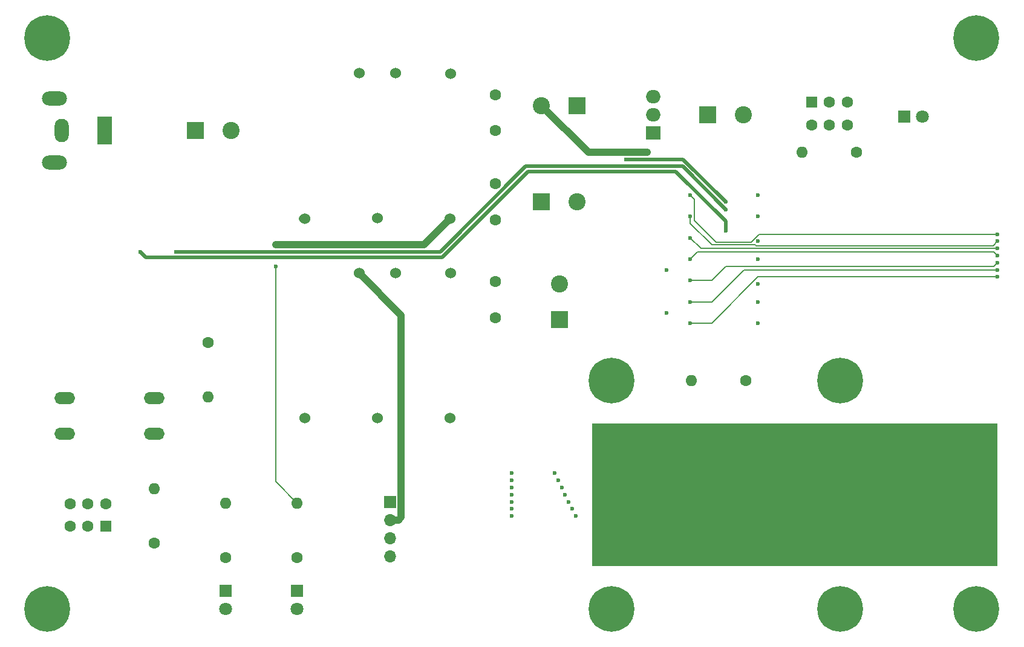
<source format=gbr>
%TF.GenerationSoftware,KiCad,Pcbnew,8.0.5-8.0.5-0~ubuntu22.04.1*%
%TF.CreationDate,2024-10-01T20:56:38-07:00*%
%TF.ProjectId,itla_driver_board_pcb,69746c61-5f64-4726-9976-65725f626f61,rev?*%
%TF.SameCoordinates,Original*%
%TF.FileFunction,Copper,L4,Bot*%
%TF.FilePolarity,Positive*%
%FSLAX46Y46*%
G04 Gerber Fmt 4.6, Leading zero omitted, Abs format (unit mm)*
G04 Created by KiCad (PCBNEW 8.0.5-8.0.5-0~ubuntu22.04.1) date 2024-10-01 20:56:38*
%MOMM*%
%LPD*%
G01*
G04 APERTURE LIST*
%TA.AperFunction,ComponentPad*%
%ADD10C,1.524000*%
%TD*%
%TA.AperFunction,ComponentPad*%
%ADD11C,1.600000*%
%TD*%
%TA.AperFunction,ComponentPad*%
%ADD12O,1.600000X1.600000*%
%TD*%
%TA.AperFunction,ComponentPad*%
%ADD13R,1.800000X1.800000*%
%TD*%
%TA.AperFunction,ComponentPad*%
%ADD14C,1.800000*%
%TD*%
%TA.AperFunction,ComponentPad*%
%ADD15R,2.000000X1.905000*%
%TD*%
%TA.AperFunction,ComponentPad*%
%ADD16O,2.000000X1.905000*%
%TD*%
%TA.AperFunction,ComponentPad*%
%ADD17R,1.600000X1.600000*%
%TD*%
%TA.AperFunction,ComponentPad*%
%ADD18R,1.700000X1.700000*%
%TD*%
%TA.AperFunction,ComponentPad*%
%ADD19O,1.700000X1.700000*%
%TD*%
%TA.AperFunction,ComponentPad*%
%ADD20R,2.400000X2.400000*%
%TD*%
%TA.AperFunction,ComponentPad*%
%ADD21C,2.400000*%
%TD*%
%TA.AperFunction,ComponentPad*%
%ADD22C,6.400000*%
%TD*%
%TA.AperFunction,ComponentPad*%
%ADD23R,2.000000X4.000000*%
%TD*%
%TA.AperFunction,ComponentPad*%
%ADD24O,2.000000X3.300000*%
%TD*%
%TA.AperFunction,ComponentPad*%
%ADD25O,3.500000X2.000000*%
%TD*%
%TA.AperFunction,ComponentPad*%
%ADD26O,2.900000X1.700000*%
%TD*%
%TA.AperFunction,ComponentPad*%
%ADD27C,2.000000*%
%TD*%
%TA.AperFunction,SMDPad,CuDef*%
%ADD28R,56.750000X20.000000*%
%TD*%
%TA.AperFunction,ViaPad*%
%ADD29C,0.600000*%
%TD*%
%TA.AperFunction,Conductor*%
%ADD30C,1.000000*%
%TD*%
%TA.AperFunction,Conductor*%
%ADD31C,0.200000*%
%TD*%
%TA.AperFunction,Conductor*%
%ADD32C,0.500000*%
%TD*%
G04 APERTURE END LIST*
D10*
%TO.P,U3,1,VIN+*%
%TO.N,+12V*%
X48700000Y-37940000D03*
%TO.P,U3,2,VIN-*%
%TO.N,GND*%
X53740000Y-37940000D03*
%TO.P,U3,3,VOUT+*%
%TO.N,+3V3*%
X41080000Y-58300000D03*
%TO.P,U3,4,TRIM/COM*%
%TO.N,unconnected-(U3-TRIM{slash}COM-Pad4)*%
X51240000Y-58260000D03*
%TO.P,U3,5,VOUT-*%
%TO.N,GND*%
X61400000Y-58300000D03*
%TO.P,U3,6,R.C.*%
%TO.N,unconnected-(U3-R.C.-Pad6)*%
X61440000Y-37980000D03*
%TD*%
%TO.P,U1,1,VIN+*%
%TO.N,+12V*%
X48700000Y-9940000D03*
%TO.P,U1,2,VIN-*%
%TO.N,GND*%
X53740000Y-9940000D03*
%TO.P,U1,3,VOUT+*%
%TO.N,+5V*%
X41080000Y-30300000D03*
%TO.P,U1,4,TRIM/COM*%
%TO.N,GND*%
X51240000Y-30260000D03*
%TO.P,U1,5,VOUT-*%
%TO.N,-5V*%
X61400000Y-30300000D03*
%TO.P,U1,6,R.C.*%
%TO.N,unconnected-(U1-R.C.-Pad6)*%
X61440000Y-9980000D03*
%TD*%
D11*
%TO.P,R1,1*%
%TO.N,Net-(D3-K)*%
X118310000Y-21000000D03*
D12*
%TO.P,R1,2*%
%TO.N,GND*%
X110690000Y-21000000D03*
%TD*%
D13*
%TO.P,D3,1,K*%
%TO.N,Net-(D3-K)*%
X125000000Y-16000000D03*
D14*
%TO.P,D3,2,A*%
%TO.N,+1V8*%
X127540000Y-16000000D03*
%TD*%
D15*
%TO.P,U4,1,VIN*%
%TO.N,+5V*%
X89800000Y-18320000D03*
D16*
%TO.P,U4,2,GND*%
%TO.N,GND*%
X89800000Y-15780000D03*
%TO.P,U4,3,VOUT*%
%TO.N,Net-(SW3-B)*%
X89800000Y-13240000D03*
%TD*%
D17*
%TO.P,SW3,1,A*%
%TO.N,+1V8*%
X112000000Y-14000000D03*
D11*
%TO.P,SW3,2,B*%
%TO.N,Net-(SW3-B)*%
X114500000Y-14000000D03*
%TO.P,SW3,3*%
%TO.N,N/C*%
X117000000Y-14000000D03*
%TO.P,SW3,4*%
X112000000Y-17200000D03*
%TO.P,SW3,5*%
X114500000Y-17200000D03*
%TO.P,SW3,6*%
X117000000Y-17200000D03*
%TD*%
D18*
%TO.P,J3,1,Pin_1*%
%TO.N,GND*%
X53000000Y-70000000D03*
D19*
%TO.P,J3,2,Pin_2*%
%TO.N,+12V*%
X53000000Y-72540000D03*
%TO.P,J3,3,Pin_3*%
%TO.N,unconnected-(J3-Pin_3-Pad3)*%
X53000000Y-75080000D03*
%TO.P,J3,4,Pin_4*%
%TO.N,unconnected-(J3-Pin_4-Pad4)*%
X53000000Y-77620000D03*
%TD*%
D20*
%TO.P,C8,1*%
%TO.N,Net-(SW3-B)*%
X97420000Y-15780000D03*
D21*
%TO.P,C8,2*%
%TO.N,GND*%
X102420000Y-15780000D03*
%TD*%
D11*
%TO.P,R3,1*%
%TO.N,Net-(D2-K)*%
X40000000Y-77810000D03*
D12*
%TO.P,R3,2*%
%TO.N,-5V*%
X40000000Y-70190000D03*
%TD*%
D13*
%TO.P,D1,1,K*%
%TO.N,Net-(D1-K)*%
X30000000Y-82460000D03*
D14*
%TO.P,D1,2,A*%
%TO.N,+3V3*%
X30000000Y-85000000D03*
%TD*%
D11*
%TO.P,R4,1*%
%TO.N,+3V3*%
X20000000Y-75810000D03*
D12*
%TO.P,R4,2*%
%TO.N,/DIS*%
X20000000Y-68190000D03*
%TD*%
D22*
%TO.P,H4,1,1*%
%TO.N,GND*%
X135000000Y-5000000D03*
%TD*%
D11*
%TO.P,C5,1*%
%TO.N,GND*%
X67700000Y-12960000D03*
%TO.P,C5,2*%
%TO.N,-5V*%
X67700000Y-17960000D03*
%TD*%
D22*
%TO.P,H1,1,1*%
%TO.N,GND*%
X5000000Y-5000000D03*
%TD*%
D11*
%TO.P,R5,1*%
%TO.N,+3V3*%
X27500000Y-47690000D03*
D12*
%TO.P,R5,2*%
%TO.N,/RST*%
X27500000Y-55310000D03*
%TD*%
D20*
%TO.P,C1,1*%
%TO.N,+12V*%
X25700000Y-17960000D03*
D21*
%TO.P,C1,2*%
%TO.N,GND*%
X30700000Y-17960000D03*
%TD*%
D23*
%TO.P,J2,1*%
%TO.N,+12V*%
X13000000Y-17960000D03*
D24*
%TO.P,J2,2*%
%TO.N,GND*%
X7000000Y-17960000D03*
D25*
%TO.P,J2,MP,MountPin*%
%TO.N,unconnected-(J2-MountPin-PadMP)*%
X6000000Y-13460000D03*
%TO.N,unconnected-(J2-MountPin-PadMP)_1*%
X6000000Y-22460000D03*
%TD*%
D11*
%TO.P,C6,1*%
%TO.N,+3V3*%
X67700000Y-44176041D03*
%TO.P,C6,2*%
%TO.N,GND*%
X67700000Y-39176041D03*
%TD*%
%TO.P,R2,1*%
%TO.N,Net-(D1-K)*%
X30000000Y-77810000D03*
D12*
%TO.P,R2,2*%
%TO.N,GND*%
X30000000Y-70190000D03*
%TD*%
D11*
%TO.P,C4,1*%
%TO.N,+5V*%
X67700000Y-30460000D03*
%TO.P,C4,2*%
%TO.N,GND*%
X67700000Y-25460000D03*
%TD*%
D20*
%TO.P,C2,1*%
%TO.N,+5V*%
X74200000Y-27960000D03*
D21*
%TO.P,C2,2*%
%TO.N,GND*%
X79200000Y-27960000D03*
%TD*%
D22*
%TO.P,H2,1,1*%
%TO.N,GND*%
X5000000Y-85000000D03*
%TD*%
D26*
%TO.P,SW2,1,1*%
%TO.N,/RST*%
X7450000Y-55460000D03*
X19950000Y-55460000D03*
%TO.P,SW2,2,2*%
%TO.N,GND*%
X7450000Y-60460000D03*
X19950000Y-60460000D03*
%TD*%
D11*
%TO.P,R6,1*%
%TO.N,/TRACE_TONE*%
X102810000Y-53000000D03*
D12*
%TO.P,R6,2*%
%TO.N,GND*%
X95190000Y-53000000D03*
%TD*%
D13*
%TO.P,D2,1,K*%
%TO.N,Net-(D2-K)*%
X40000000Y-82460000D03*
D14*
%TO.P,D2,2,A*%
%TO.N,GND*%
X40000000Y-85000000D03*
%TD*%
D22*
%TO.P,H3,1,1*%
%TO.N,GND*%
X135000000Y-85000000D03*
%TD*%
D20*
%TO.P,C3,1*%
%TO.N,GND*%
X79200000Y-14460000D03*
D21*
%TO.P,C3,2*%
%TO.N,-5V*%
X74200000Y-14460000D03*
%TD*%
D17*
%TO.P,SW1,1,A*%
%TO.N,GND*%
X13200000Y-73460000D03*
D11*
%TO.P,SW1,2,B*%
%TO.N,/DIS*%
X10700000Y-73460000D03*
%TO.P,SW1,3*%
%TO.N,N/C*%
X8200000Y-73460000D03*
%TO.P,SW1,4*%
X13200000Y-70260000D03*
%TO.P,SW1,5*%
X10700000Y-70260000D03*
%TO.P,SW1,6*%
X8200000Y-70260000D03*
%TD*%
D20*
%TO.P,C7,1*%
%TO.N,+3V3*%
X76700000Y-44500000D03*
D21*
%TO.P,C7,2*%
%TO.N,GND*%
X76700000Y-39500000D03*
%TD*%
D22*
%TO.P,H8,1,1*%
%TO.N,GND*%
X116000000Y-85000000D03*
%TD*%
%TO.P,H7,1,1*%
%TO.N,GND*%
X84000000Y-85000000D03*
%TD*%
%TO.P,H5,1,1*%
%TO.N,GND*%
X84000000Y-53000000D03*
%TD*%
%TO.P,H6,1,1*%
%TO.N,GND*%
X116000000Y-53000000D03*
%TD*%
D27*
%TO.P,J4,HEATSINK*%
%TO.N,N/C*%
X115500000Y-76500000D03*
X115500000Y-69000000D03*
X115500000Y-61500000D03*
D28*
X109625000Y-69000000D03*
D27*
X108000000Y-76500000D03*
X108000000Y-69000000D03*
X108000000Y-61500000D03*
X100500000Y-69000000D03*
X93000000Y-76500000D03*
X93000000Y-69000000D03*
X93000000Y-61500000D03*
X85500000Y-76500000D03*
X85500000Y-69000000D03*
X85500000Y-61500000D03*
%TD*%
D29*
%TO.N,-5V*%
X89000000Y-21000000D03*
X37000000Y-37000000D03*
%TO.N,/RST*%
X86000000Y-22000000D03*
%TO.N,/TXD*%
X18000000Y-35000000D03*
%TO.N,/RXD*%
X23000000Y-35000000D03*
%TO.N,-5V*%
X37000000Y-34000000D03*
%TO.N,/TXD*%
X100000000Y-32000000D03*
%TO.N,/RXD*%
X99969669Y-29030331D03*
%TO.N,/RST*%
X100000000Y-28000000D03*
%TO.N,/1.8_c*%
X79000000Y-72000000D03*
%TO.N,/-5v_c2*%
X78500000Y-71000000D03*
%TO.N,/-5v_c1*%
X78000000Y-70000000D03*
%TO.N,/GND_c2*%
X77500000Y-69000000D03*
%TO.N,/GND_c1*%
X77000000Y-68000000D03*
%TO.N,/3.3v_c2*%
X76500000Y-67000000D03*
%TO.N,/3.3v_c1*%
X76000000Y-66000000D03*
%TO.N,+3V3*%
X91700000Y-43500000D03*
%TO.N,/3.3v_c1*%
X95000000Y-45000000D03*
%TO.N,/3.3v_c2*%
X95000000Y-42000000D03*
%TO.N,/GND_c1*%
X95000000Y-39000000D03*
%TO.N,/GND_c2*%
X95000000Y-36000000D03*
%TO.N,/-5v_c1*%
X95000000Y-33000000D03*
%TO.N,/-5v_c2*%
X95000000Y-30000000D03*
%TO.N,/3.3v_c1*%
X138000000Y-38500000D03*
%TO.N,/3.3v_c2*%
X138000000Y-37500000D03*
%TO.N,/GND_c1*%
X138000000Y-36500000D03*
%TO.N,/GND_c2*%
X138000000Y-35500000D03*
%TO.N,/-5v_c1*%
X138000000Y-34500000D03*
%TO.N,/-5v_c2*%
X138000000Y-33500000D03*
%TO.N,/1.8_c*%
X138000000Y-32500000D03*
X95000000Y-27000000D03*
%TO.N,GND*%
X91700000Y-37500000D03*
%TO.N,/TT_c*%
X70000000Y-72000000D03*
X104500000Y-27000000D03*
%TO.N,/RST_c*%
X104500000Y-30000000D03*
X70000000Y-71000000D03*
%TO.N,/RXD_c*%
X70000000Y-70000000D03*
X104500000Y-33500000D03*
%TO.N,/TXD_c*%
X70000000Y-69000000D03*
X104500000Y-36000000D03*
%TO.N,/6_c*%
X70000000Y-68000000D03*
X104500000Y-39500000D03*
%TO.N,/4_c*%
X104500000Y-42000000D03*
X70000000Y-67000000D03*
%TO.N,/DIS_c*%
X104500000Y-45000000D03*
X70000000Y-66000000D03*
%TD*%
D30*
%TO.N,-5V*%
X37000000Y-34000000D02*
X57700000Y-34000000D01*
X57700000Y-34000000D02*
X61400000Y-30300000D01*
%TO.N,+12V*%
X48660000Y-37960000D02*
X54550000Y-43850000D01*
X54550000Y-43850000D02*
X54550000Y-72192081D01*
X54550000Y-72192081D02*
X54202081Y-72540000D01*
X54202081Y-72540000D02*
X53000000Y-72540000D01*
%TO.N,-5V*%
X80740000Y-21000000D02*
X89000000Y-21000000D01*
X74200000Y-14460000D02*
X80740000Y-21000000D01*
D31*
X37000000Y-37000000D02*
X37000000Y-67190000D01*
X37000000Y-67190000D02*
X40000000Y-70190000D01*
D32*
%TO.N,/RST*%
X94000000Y-22000000D02*
X86000000Y-22000000D01*
X100000000Y-28000000D02*
X94000000Y-22000000D01*
%TO.N,/TXD*%
X18000000Y-35000000D02*
X18750000Y-35750000D01*
X18750000Y-35750000D02*
X60250000Y-35750000D01*
X60250000Y-35750000D02*
X72300000Y-23700000D01*
X72300000Y-23700000D02*
X93000000Y-23700000D01*
X93000000Y-23700000D02*
X100000000Y-30700000D01*
X100000000Y-30700000D02*
X100000000Y-32000000D01*
%TO.N,/RXD*%
X99969669Y-29030331D02*
X93939338Y-23000000D01*
X93939338Y-23000000D02*
X72000000Y-23000000D01*
X72000000Y-23000000D02*
X60000000Y-35000000D01*
X60000000Y-35000000D02*
X23000000Y-35000000D01*
D30*
%TO.N,+5V*%
X41040000Y-30320000D02*
X40680000Y-30320000D01*
D31*
%TO.N,/1.8_c*%
X95000000Y-27000000D02*
X95600000Y-27600000D01*
X104651471Y-32500000D02*
X138000000Y-32500000D01*
X95600000Y-27600000D02*
X95600000Y-30600000D01*
X103551471Y-33600000D02*
X104651471Y-32500000D01*
X95600000Y-30600000D02*
X98600000Y-33600000D01*
X98600000Y-33600000D02*
X103551471Y-33600000D01*
%TO.N,/-5v_c2*%
X95000000Y-30000000D02*
X95000000Y-31000000D01*
X95000000Y-31000000D02*
X98000000Y-34000000D01*
X98000000Y-34000000D02*
X104151471Y-34000000D01*
X104151471Y-34000000D02*
X104251471Y-34100000D01*
X104251471Y-34100000D02*
X137400000Y-34100000D01*
X137400000Y-34100000D02*
X138000000Y-33500000D01*
D32*
%TO.N,+12V*%
X53000000Y-72540000D02*
X53000000Y-72000000D01*
D31*
%TO.N,/GND_c2*%
X95000000Y-36000000D02*
X96000000Y-35000000D01*
X137500000Y-35000000D02*
X138000000Y-35500000D01*
X96000000Y-35000000D02*
X137500000Y-35000000D01*
%TO.N,/GND_c1*%
X95000000Y-39000000D02*
X98000000Y-39000000D01*
X98000000Y-39000000D02*
X100000000Y-37000000D01*
X100000000Y-37000000D02*
X137500000Y-37000000D01*
X137500000Y-37000000D02*
X138000000Y-36500000D01*
%TO.N,/3.3v_c1*%
X95000000Y-45000000D02*
X98000000Y-45000000D01*
X98000000Y-45000000D02*
X104500000Y-38500000D01*
X104500000Y-38500000D02*
X138000000Y-38500000D01*
%TO.N,/3.3v_c2*%
X95000000Y-42000000D02*
X98000000Y-42000000D01*
X98000000Y-42000000D02*
X102500000Y-37500000D01*
X102500000Y-37500000D02*
X138000000Y-37500000D01*
%TO.N,/-5v_c1*%
X95000000Y-33000000D02*
X96500000Y-34500000D01*
X96500000Y-34500000D02*
X138000000Y-34500000D01*
%TD*%
M02*

</source>
